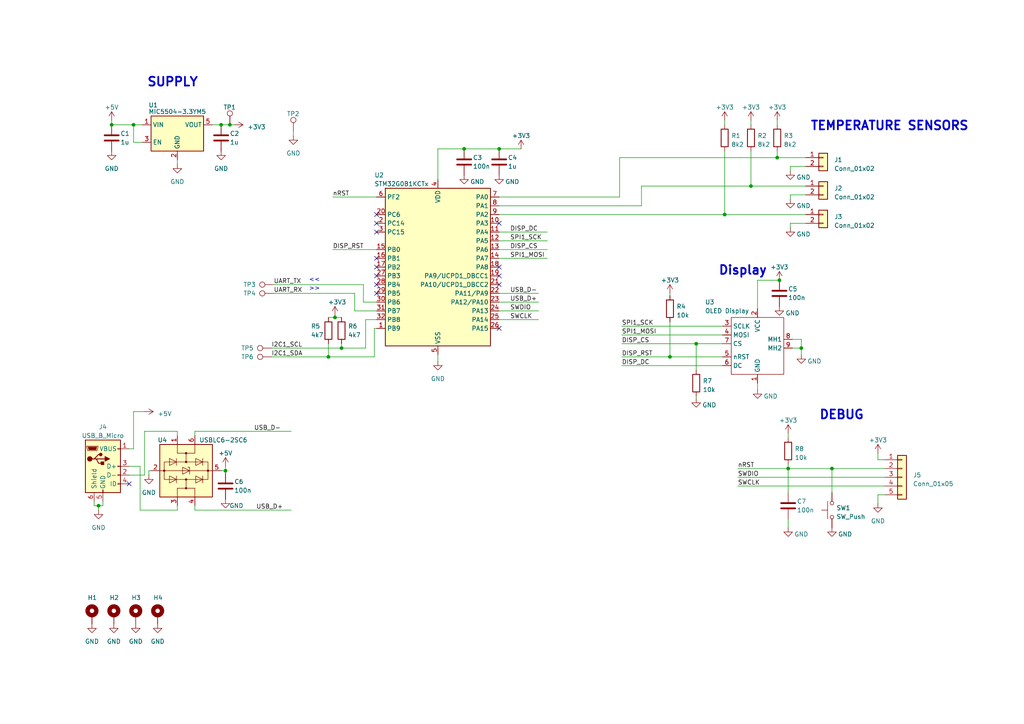
<source format=kicad_sch>
(kicad_sch (version 20230121) (generator eeschema)
  (paper "A4")
  (lib_symbols
    (symbol "Connector:TestPoint" (pin_numbers hide) (pin_names (offset 0.762) hide)
      (property "Reference" "TP" (at 0 6.858 0))
      (property "Value" "TestPoint" (at 0 5.08 0))
      (symbol "TestPoint_0_1"
        (circle (center 0 3.302) (radius 0.762))
      )
      (symbol "TestPoint_1_1"
        (pin passive line (at 0 0 90) (length 2.54) (name "1") (number "1"))
      )
    )
    (symbol "Connector:USB_B_Micro" (pin_names (offset 1.016))
      (property "Reference" "J" (at -5.08 11.43 0))
      (property "Value" "USB_B_Micro" (at -5.08 8.89 0))
      (symbol "USB_B_Micro_0_1"
        (rectangle (start -5.08 -7.62) (end 5.08 7.62) (stroke (width 0.254)) (fill (type background)))
        (circle (center -3.81 2.159) (radius 0.635) (stroke (width 0.254)) (fill (type outline)))
        (circle (center -0.635 3.429) (radius 0.381) (stroke (width 0.254)) (fill (type outline)))
        (rectangle (start -0.127 -7.62) (end 0.127 -6.858))
        (polyline (pts (xy -1.905 2.159) (xy 0.635 2.159)) (stroke (width 0.254)))
        (polyline (pts (xy -3.175 2.159) (xy -2.54 2.159) (xy -1.27 3.429) (xy -0.635 3.429)) (stroke (width 0.254)))
        (polyline (pts (xy -2.54 2.159) (xy -1.905 2.159) (xy -1.27 0.889) (xy 0 0.889)) (stroke (width 0.254)))
        (polyline (pts (xy 0.635 2.794) (xy 0.635 1.524) (xy 1.905 2.159) (xy 0.635 2.794)) (stroke (width 0.254)) (fill (type outline)))
        (polyline (pts (xy -4.318 5.588) (xy -1.778 5.588) (xy -2.032 4.826) (xy -4.064 4.826) (xy -4.318 5.588)) (fill (type outline)))
        (polyline (pts (xy -4.699 5.842) (xy -4.699 5.588) (xy -4.445 4.826) (xy -4.445 4.572) (xy -1.651 4.572) (xy -1.651 4.826) (xy -1.397 5.588) (xy -1.397 5.842) (xy -4.699 5.842)))
        (rectangle (start 0.254 1.27) (end -0.508 0.508) (stroke (width 0.254)) (fill (type outline)))
        (rectangle (start 5.08 -5.207) (end 4.318 -4.953))
        (rectangle (start 5.08 -2.667) (end 4.318 -2.413))
        (rectangle (start 5.08 -0.127) (end 4.318 0.127))
        (rectangle (start 5.08 4.953) (end 4.318 5.207))
      )
      (symbol "USB_B_Micro_1_1"
        (pin power_out line (at 7.62 5.08 180) (length 2.54) (name "VBUS") (number "1"))
        (pin bidirectional line (at 7.62 -2.54 180) (length 2.54) (name "D-") (number "2"))
        (pin bidirectional line (at 7.62 0 180) (length 2.54) (name "D+") (number "3"))
        (pin passive line (at 7.62 -5.08 180) (length 2.54) (name "ID") (number "4"))
        (pin power_out line (at 0 -10.16 90) (length 2.54) (name "GND") (number "5"))
        (pin passive line (at -2.54 -10.16 90) (length 2.54) (name "Shield") (number "6"))
      )
    )
    (symbol "Connector_Generic:Conn_01x02" (pin_names (offset 1.016) hide)
      (property "Reference" "J" (at 0 2.54 0))
      (property "Value" "Conn_01x02" (at 0 -5.08 0))
      (symbol "Conn_01x02_1_1"
        (rectangle (start -1.27 -2.413) (end 0 -2.667) (stroke (width 0.1524)))
        (rectangle (start -1.27 0.127) (end 0 -0.127) (stroke (width 0.1524)))
        (rectangle (start -1.27 1.27) (end 1.27 -3.81) (stroke (width 0.254)) (fill (type background)))
        (pin passive line (at -5.08 0 0) (length 3.81) (name "Pin_1") (number "1"))
        (pin passive line (at -5.08 -2.54 0) (length 3.81) (name "Pin_2") (number "2"))
      )
    )
    (symbol "Connector_Generic:Conn_01x05" (pin_names (offset 1.016) hide)
      (property "Reference" "J" (at 0 7.62 0))
      (property "Value" "Conn_01x05" (at 0 -7.62 0))
      (symbol "Conn_01x05_1_1"
        (rectangle (start -1.27 -4.953) (end 0 -5.207) (stroke (width 0.1524)))
        (rectangle (start -1.27 -2.413) (end 0 -2.667) (stroke (width 0.1524)))
        (rectangle (start -1.27 0.127) (end 0 -0.127) (stroke (width 0.1524)))
        (rectangle (start -1.27 2.667) (end 0 2.413) (stroke (width 0.1524)))
        (rectangle (start -1.27 5.207) (end 0 4.953) (stroke (width 0.1524)))
        (rectangle (start -1.27 6.35) (end 1.27 -6.35) (stroke (width 0.254)) (fill (type background)))
        (pin passive line (at -5.08 5.08 0) (length 3.81) (name "Pin_1") (number "1"))
        (pin passive line (at -5.08 2.54 0) (length 3.81) (name "Pin_2") (number "2"))
        (pin passive line (at -5.08 0 0) (length 3.81) (name "Pin_3") (number "3"))
        (pin passive line (at -5.08 -2.54 0) (length 3.81) (name "Pin_4") (number "4"))
        (pin passive line (at -5.08 -5.08 0) (length 3.81) (name "Pin_5") (number "5"))
      )
    )
    (symbol "Device:C" (pin_numbers hide) (pin_names (offset 0.254))
      (property "Reference" "C" (at 0.635 2.54 0))
      (property "Value" "C" (at 0.635 -2.54 0))
      (symbol "C_0_1"
        (polyline (pts (xy -2.032 -0.762) (xy 2.032 -0.762)) (stroke (width 0.508)))
        (polyline (pts (xy -2.032 0.762) (xy 2.032 0.762)) (stroke (width 0.508)))
      )
      (symbol "C_1_1"
        (pin passive line (at 0 3.81 270) (length 2.794) (name "~") (number "1"))
        (pin passive line (at 0 -3.81 90) (length 2.794) (name "~") (number "2"))
      )
    )
    (symbol "Device:R" (pin_numbers hide) (pin_names (offset 0))
      (property "Reference" "R" (at 2.032 0 90))
      (property "Value" "R" (at 0 0 90))
      (symbol "R_0_1"
        (rectangle (start -1.016 -2.54) (end 1.016 2.54) (stroke (width 0.254)))
      )
      (symbol "R_1_1"
        (pin passive line (at 0 3.81 270) (length 1.27) (name "~") (number "1"))
        (pin passive line (at 0 -3.81 90) (length 1.27) (name "~") (number "2"))
      )
    )
    (symbol "MCU_ST_STM32G0:STM32G0B1KCTx"
      (property "Reference" "U" (at -15.24 24.13 0))
      (property "Value" "STM32G0B1KCTx" (at 2.54 24.13 0))
      (symbol "STM32G0B1KCTx_0_1"
        (rectangle (start -15.24 -22.86) (end 15.24 22.86) (stroke (width 0.254)) (fill (type background)))
      )
      (symbol "STM32G0B1KCTx_1_1"
        (pin bidirectional line (at -17.78 -17.78 0) (length 2.54) (name "PB9") (number "1"))
        (pin bidirectional line (at 17.78 12.7 180) (length 2.54) (name "PA3") (number "10"))
        (pin bidirectional line (at 17.78 10.16 180) (length 2.54) (name "PA4") (number "11"))
        (pin bidirectional line (at 17.78 7.62 180) (length 2.54) (name "PA5") (number "12"))
        (pin bidirectional line (at 17.78 5.08 180) (length 2.54) (name "PA6") (number "13"))
        (pin bidirectional line (at 17.78 2.54 180) (length 2.54) (name "PA7") (number "14"))
        (pin bidirectional line (at -17.78 5.08 0) (length 2.54) (name "PB0") (number "15"))
        (pin bidirectional line (at -17.78 2.54 0) (length 2.54) (name "PB1") (number "16"))
        (pin bidirectional line (at -17.78 0 0) (length 2.54) (name "PB2") (number "17"))
        (pin bidirectional line (at 17.78 0 180) (length 2.54) (name "PA8") (number "18"))
        (pin bidirectional line (at 17.78 -2.54 180) (length 2.54) (name "PA9/UCPD1_DBCC1") (number "19"))
        (pin bidirectional line (at -17.78 12.7 0) (length 2.54) (name "PC14") (number "2"))
        (pin bidirectional line (at -17.78 15.24 0) (length 2.54) (name "PC6") (number "20"))
        (pin bidirectional line (at 17.78 -5.08 180) (length 2.54) (name "PA10/UCPD1_DBCC2") (number "21"))
        (pin bidirectional line (at 17.78 -7.62 180) (length 2.54) (name "PA11/PA9") (number "22"))
        (pin bidirectional line (at 17.78 -10.16 180) (length 2.54) (name "PA12/PA10") (number "23"))
        (pin bidirectional line (at 17.78 -12.7 180) (length 2.54) (name "PA13") (number "24"))
        (pin bidirectional line (at 17.78 -15.24 180) (length 2.54) (name "PA14") (number "25"))
        (pin bidirectional line (at 17.78 -17.78 180) (length 2.54) (name "PA15") (number "26"))
        (pin bidirectional line (at -17.78 -2.54 0) (length 2.54) (name "PB3") (number "27"))
        (pin bidirectional line (at -17.78 -5.08 0) (length 2.54) (name "PB4") (number "28"))
        (pin bidirectional line (at -17.78 -7.62 0) (length 2.54) (name "PB5") (number "29"))
        (pin bidirectional line (at -17.78 10.16 0) (length 2.54) (name "PC15") (number "3"))
        (pin bidirectional line (at -17.78 -10.16 0) (length 2.54) (name "PB6") (number "30"))
        (pin bidirectional line (at -17.78 -12.7 0) (length 2.54) (name "PB7") (number "31"))
        (pin bidirectional line (at -17.78 -15.24 0) (length 2.54) (name "PB8") (number "32"))
        (pin power_in line (at 0 25.4 270) (length 2.54) (name "VDD") (number "4"))
        (pin power_in line (at 0 -25.4 90) (length 2.54) (name "VSS") (number "5"))
        (pin bidirectional line (at -17.78 20.32 0) (length 2.54) (name "PF2") (number "6"))
        (pin bidirectional line (at 17.78 20.32 180) (length 2.54) (name "PA0") (number "7"))
        (pin bidirectional line (at 17.78 17.78 180) (length 2.54) (name "PA1") (number "8"))
        (pin bidirectional line (at 17.78 15.24 180) (length 2.54) (name "PA2") (number "9"))
      )
    )
    (symbol "Mechanical:MountingHole_Pad" (pin_numbers hide) (pin_names (offset 1.016) hide)
      (property "Reference" "H" (at 0 6.35 0))
      (property "Value" "MountingHole_Pad" (at 0 4.445 0))
      (symbol "MountingHole_Pad_0_1"
        (circle (center 0 1.27) (radius 1.27) (stroke (width 1.27)))
      )
      (symbol "MountingHole_Pad_1_1"
        (pin input line (at 0 -2.54 90) (length 2.54) (name "1") (number "1"))
      )
    )
    (symbol "Personal_lib:1,3''_SPI_OLED_Display,_64x128"
      (property "Reference" "U" (at -6.35 2.54 0))
      (property "Value" "OLED Display" (at 0 0 0))
      (symbol "1,3''_SPI_OLED_Display,_64x128_1_1"
        (rectangle (start 2.54 -2.54) (end 17.78 -19.05))
        (pin passive line (at 10.16 -21.59 90) (length 2.54) (name "GND") (number "1"))
        (pin passive line (at 10.16 0 270) (length 2.54) (name "VCC") (number "2"))
        (pin input line (at 0 -5.08 0) (length 2.54) (name "SCLK") (number "3"))
        (pin input line (at 0 -7.62 0) (length 2.54) (name "MOSI") (number "4"))
        (pin input line (at 0 -13.97 0) (length 2.54) (name "nRST") (number "5"))
        (pin input line (at 0 -16.51 0) (length 2.54) (name "DC") (number "6"))
        (pin input line (at 0 -10.16 0) (length 2.54) (name "CS") (number "7"))
        (pin passive line (at 20.32 -8.89 180) (length 2.54) (name "MH1") (number "8"))
        (pin passive line (at 20.32 -11.43 180) (length 2.54) (name "MH2") (number "9"))
      )
    )
    (symbol "Power_Protection:USBLC6-2SC6" (pin_names hide)
      (property "Reference" "U" (at 2.54 8.89 0))
      (property "Value" "USBLC6-2SC6" (at 2.54 -8.89 0))
      (symbol "USBLC6-2SC6_0_1"
        (rectangle (start -7.62 -7.62) (end 7.62 7.62) (stroke (width 0.254)) (fill (type background)))
        (circle (center -5.08 0) (radius 0.254) (fill (type outline)))
        (circle (center -2.54 0) (radius 0.254) (fill (type outline)))
        (rectangle (start -2.54 6.35) (end 2.54 -6.35))
        (circle (center 0 -6.35) (radius 0.254) (fill (type outline)))
        (polyline (pts (xy -5.08 -2.54) (xy -7.62 -2.54)))
        (polyline (pts (xy -5.08 0) (xy -5.08 -2.54)))
        (polyline (pts (xy -5.08 2.54) (xy -7.62 2.54)))
        (polyline (pts (xy -1.524 -2.794) (xy -3.556 -2.794)))
        (polyline (pts (xy -1.524 4.826) (xy -3.556 4.826)))
        (polyline (pts (xy 0 -7.62) (xy 0 -6.35)))
        (polyline (pts (xy 0 -6.35) (xy 0 1.27)))
        (polyline (pts (xy 0 1.27) (xy 0 6.35)))
        (polyline (pts (xy 0 6.35) (xy 0 7.62)))
        (polyline (pts (xy 1.524 -2.794) (xy 3.556 -2.794)))
        (polyline (pts (xy 1.524 4.826) (xy 3.556 4.826)))
        (polyline (pts (xy 5.08 -2.54) (xy 7.62 -2.54)))
        (polyline (pts (xy 5.08 0) (xy 5.08 -2.54)))
        (polyline (pts (xy 5.08 2.54) (xy 7.62 2.54)))
        (polyline (pts (xy -2.54 0) (xy -5.08 0) (xy -5.08 2.54)))
        (polyline (pts (xy 2.54 0) (xy 5.08 0) (xy 5.08 2.54)))
        (polyline (pts (xy -3.556 -4.826) (xy -1.524 -4.826) (xy -2.54 -2.794) (xy -3.556 -4.826)))
        (polyline (pts (xy -3.556 2.794) (xy -1.524 2.794) (xy -2.54 4.826) (xy -3.556 2.794)))
        (polyline (pts (xy -1.016 -1.016) (xy 1.016 -1.016) (xy 0 1.016) (xy -1.016 -1.016)))
        (polyline (pts (xy 1.016 1.016) (xy 0.762 1.016) (xy -1.016 1.016) (xy -1.016 0.508)))
        (polyline (pts (xy 3.556 -4.826) (xy 1.524 -4.826) (xy 2.54 -2.794) (xy 3.556 -4.826)))
        (polyline (pts (xy 3.556 2.794) (xy 1.524 2.794) (xy 2.54 4.826) (xy 3.556 2.794)))
        (circle (center 0 6.35) (radius 0.254) (fill (type outline)))
        (circle (center 2.54 0) (radius 0.254) (fill (type outline)))
        (circle (center 5.08 0) (radius 0.254) (fill (type outline)))
      )
      (symbol "USBLC6-2SC6_1_1"
        (pin passive line (at -10.16 -2.54 0) (length 2.54) (name "I/O1") (number "1"))
        (pin passive line (at 0 -10.16 90) (length 2.54) (name "GND") (number "2"))
        (pin passive line (at 10.16 -2.54 180) (length 2.54) (name "I/O2") (number "3"))
        (pin passive line (at 10.16 2.54 180) (length 2.54) (name "I/O2") (number "4"))
        (pin passive line (at 0 10.16 270) (length 2.54) (name "VBUS") (number "5"))
        (pin passive line (at -10.16 2.54 0) (length 2.54) (name "I/O1") (number "6"))
      )
    )
    (symbol "Regulator_Linear:MIC5504-3.3YM5"
      (property "Reference" "U" (at -7.62 8.89 0))
      (property "Value" "MIC5504-3.3YM5" (at -7.62 6.35 0))
      (symbol "MIC5504-3.3YM5_0_1"
        (rectangle (start -7.62 -5.08) (end 7.62 5.08) (stroke (width 0.254)) (fill (type background)))
      )
      (symbol "MIC5504-3.3YM5_1_1"
        (pin power_in line (at -10.16 2.54 0) (length 2.54) (name "VIN") (number "1"))
        (pin power_in line (at 0 -7.62 90) (length 2.54) (name "GND") (number "2"))
        (pin input line (at -10.16 -2.54 0) (length 2.54) (name "EN") (number "3"))
        (pin no_connect line (at 7.62 -2.54 180) (length 2.54) hide (name "NC") (number "4"))
        (pin power_out line (at 10.16 2.54 180) (length 2.54) (name "VOUT") (number "5"))
      )
    )
    (symbol "Switch:SW_Push" (pin_numbers hide) (pin_names (offset 1.016) hide)
      (property "Reference" "SW" (at 1.27 2.54 0))
      (property "Value" "SW_Push" (at 0 -1.524 0))
      (symbol "SW_Push_0_1"
        (circle (center -2.032 0) (radius 0.508))
        (polyline (pts (xy 0 1.27) (xy 0 3.048)))
        (polyline (pts (xy 2.54 1.27) (xy -2.54 1.27)))
        (circle (center 2.032 0) (radius 0.508))
        (pin passive line (at -5.08 0 0) (length 2.54) (name "1") (number "1"))
        (pin passive line (at 5.08 0 180) (length 2.54) (name "2") (number "2"))
      )
    )
    (symbol "power:+3V3" (power) (pin_names (offset 0))
      (property "Value" "+3V3" (at 0 3.556 0))
      (symbol "+3V3_0_1"
        (polyline (pts (xy -0.762 1.27) (xy 0 2.54)))
        (polyline (pts (xy 0 0) (xy 0 2.54)))
        (polyline (pts (xy 0 2.54) (xy 0.762 1.27)))
      )
      (symbol "+3V3_1_1"
        (pin power_in line (at 0 0 90) (length 0) hide (name "+3V3") (number "1"))
      )
    )
    (symbol "power:+5V" (power) (pin_names (offset 0))
      (property "Value" "+5V" (at 0 3.556 0))
      (symbol "+5V_0_1"
        (polyline (pts (xy -0.762 1.27) (xy 0 2.54)))
        (polyline (pts (xy 0 0) (xy 0 2.54)))
        (polyline (pts (xy 0 2.54) (xy 0.762 1.27)))
      )
      (symbol "+5V_1_1"
        (pin power_in line (at 0 0 90) (length 0) hide (name "+5V") (number "1"))
      )
    )
    (symbol "power:GND" (power) (pin_names (offset 0))
      (property "Value" "GND" (at 0 -3.81 0))
      (symbol "GND_0_1"
        (polyline (pts (xy 0 0) (xy 0 -1.27) (xy 1.27 -1.27) (xy 0 -2.54) (xy -1.27 -1.27) (xy 0 -1.27)))
      )
      (symbol "GND_1_1"
        (pin power_in line (at 0 0 270) (length 0) hide (name "GND") (number "1"))
      )
    )
  )
  (junction (at 95.25 103.505))
  (junction (at 232.41 100.965))
  (junction (at 38.735 36.195))
  (junction (at 64.135 36.195))
  (junction (at 228.6 135.89))
  (junction (at 99.06 100.965))
  (junction (at 194.31 103.505))
  (junction (at 225.425 45.72))
  (junction (at 28.575 146.685))
  (junction (at 65.405 136.525))
  (junction (at 97.155 92.075))
  (junction (at 144.78 43.18))
  (junction (at 134.62 43.18))
  (junction (at 241.3 135.89))
  (junction (at 66.675 36.195))
  (junction (at 217.805 53.975))
  (junction (at 32.385 36.195))
  (junction (at 226.06 81.28))
  (junction (at 210.185 62.23))
  (junction (at 201.93 99.695))
  (no_connect (at 144.78 80.01))
  (no_connect (at 109.22 74.93))
  (no_connect (at 109.22 77.47))
  (no_connect (at 144.78 77.47))
  (no_connect (at 109.22 64.77))
  (no_connect (at 109.22 62.23))
  (no_connect (at 144.78 82.55))
  (no_connect (at 37.465 140.335))
  (no_connect (at 109.22 85.09))
  (no_connect (at 144.78 95.25))
  (no_connect (at 109.22 67.31))
  (no_connect (at 109.22 82.55))
  (no_connect (at 144.78 64.77))
  (no_connect (at 109.22 80.01))
  (wire (pts (xy 229.235 49.53) (xy 229.235 48.26)))
  (wire (pts (xy 56.515 125.095) (xy 56.515 126.365)))
  (wire (pts (xy 102.87 90.17) (xy 102.87 85.09)))
  (wire (pts (xy 99.06 99.695) (xy 99.06 100.965)))
  (wire (pts (xy 40.64 147.955) (xy 51.435 147.955)))
  (wire (pts (xy 217.805 53.975) (xy 233.68 53.975)))
  (wire (pts (xy 41.91 125.095) (xy 41.91 137.795)))
  (wire (pts (xy 108.585 95.25) (xy 108.585 103.505)))
  (wire (pts (xy 180.34 103.505) (xy 194.31 103.505)))
  (wire (pts (xy 56.515 125.095) (xy 84.455 125.095)))
  (wire (pts (xy 37.465 135.255) (xy 40.64 135.255)))
  (wire (pts (xy 144.78 92.71) (xy 156.21 92.71)))
  (wire (pts (xy 32.385 36.195) (xy 38.735 36.195)))
  (wire (pts (xy 38.735 119.38) (xy 38.735 130.175)))
  (wire (pts (xy 144.78 74.93) (xy 158.75 74.93)))
  (wire (pts (xy 66.675 36.195) (xy 67.945 36.195)))
  (wire (pts (xy 228.6 125.73) (xy 228.6 127)))
  (wire (pts (xy 228.6 153.035) (xy 228.6 150.495)))
  (wire (pts (xy 180.34 99.695) (xy 201.93 99.695)))
  (wire (pts (xy 201.93 99.695) (xy 201.93 107.315)))
  (wire (pts (xy 229.235 56.515) (xy 233.68 56.515)))
  (wire (pts (xy 144.78 72.39) (xy 158.75 72.39)))
  (wire (pts (xy 194.31 93.345) (xy 194.31 103.505)))
  (wire (pts (xy 79.375 85.09) (xy 102.87 85.09)))
  (wire (pts (xy 38.735 130.175) (xy 37.465 130.175)))
  (wire (pts (xy 79.375 82.55) (xy 105.41 82.55)))
  (wire (pts (xy 180.34 94.615) (xy 209.55 94.615)))
  (wire (pts (xy 229.235 64.77) (xy 229.235 66.04)))
  (wire (pts (xy 219.71 113.03) (xy 219.71 111.125)))
  (wire (pts (xy 51.435 146.685) (xy 51.435 147.955)))
  (wire (pts (xy 179.705 45.72) (xy 179.705 57.15)))
  (wire (pts (xy 219.71 81.28) (xy 219.71 89.535)))
  (wire (pts (xy 254.635 143.51) (xy 254.635 146.05)))
  (wire (pts (xy 228.6 134.62) (xy 228.6 135.89)))
  (wire (pts (xy 144.78 87.63) (xy 156.21 87.63)))
  (wire (pts (xy 228.6 135.89) (xy 241.3 135.89)))
  (wire (pts (xy 56.515 146.685) (xy 56.515 147.955)))
  (wire (pts (xy 217.805 34.925) (xy 217.805 36.195)))
  (wire (pts (xy 105.41 87.63) (xy 109.22 87.63)))
  (wire (pts (xy 78.74 100.965) (xy 99.06 100.965)))
  (wire (pts (xy 201.93 114.935) (xy 201.93 115.57)))
  (wire (pts (xy 151.13 43.18) (xy 144.78 43.18)))
  (wire (pts (xy 210.185 34.925) (xy 210.185 36.195)))
  (wire (pts (xy 105.41 82.55) (xy 105.41 87.63)))
  (wire (pts (xy 144.78 62.23) (xy 210.185 62.23)))
  (wire (pts (xy 106.045 100.965) (xy 106.045 92.71)))
  (wire (pts (xy 85.09 39.37) (xy 85.09 38.1)))
  (wire (pts (xy 229.87 98.425) (xy 232.41 98.425)))
  (wire (pts (xy 144.78 67.31) (xy 158.75 67.31)))
  (wire (pts (xy 254.635 131.445) (xy 254.635 133.35)))
  (wire (pts (xy 28.575 146.685) (xy 28.575 147.955)))
  (wire (pts (xy 226.06 81.28) (xy 219.71 81.28)))
  (wire (pts (xy 99.06 100.965) (xy 106.045 100.965)))
  (wire (pts (xy 180.34 97.155) (xy 209.55 97.155)))
  (wire (pts (xy 186.055 59.69) (xy 144.78 59.69)))
  (wire (pts (xy 232.41 100.965) (xy 232.41 102.87)))
  (wire (pts (xy 180.34 106.045) (xy 209.55 106.045)))
  (wire (pts (xy 229.235 48.26) (xy 233.68 48.26)))
  (wire (pts (xy 40.64 135.255) (xy 40.64 147.955)))
  (wire (pts (xy 65.405 137.16) (xy 65.405 136.525)))
  (wire (pts (xy 233.68 64.77) (xy 229.235 64.77)))
  (wire (pts (xy 144.78 85.09) (xy 156.21 85.09)))
  (wire (pts (xy 95.25 99.695) (xy 95.25 103.505)))
  (wire (pts (xy 144.78 43.18) (xy 134.62 43.18)))
  (wire (pts (xy 194.31 85.725) (xy 194.31 85.09)))
  (wire (pts (xy 78.74 103.505) (xy 95.25 103.505)))
  (wire (pts (xy 144.78 69.85) (xy 158.75 69.85)))
  (wire (pts (xy 213.995 138.43) (xy 256.54 138.43)))
  (wire (pts (xy 41.275 41.275) (xy 38.735 41.275)))
  (wire (pts (xy 97.155 92.075) (xy 99.06 92.075)))
  (wire (pts (xy 194.31 103.505) (xy 209.55 103.505)))
  (wire (pts (xy 38.735 36.195) (xy 41.275 36.195)))
  (wire (pts (xy 65.405 135.255) (xy 65.405 136.525)))
  (wire (pts (xy 38.735 41.275) (xy 38.735 36.195)))
  (wire (pts (xy 201.93 99.695) (xy 209.55 99.695)))
  (wire (pts (xy 95.25 92.075) (xy 97.155 92.075)))
  (wire (pts (xy 109.22 90.17) (xy 102.87 90.17)))
  (wire (pts (xy 217.805 43.815) (xy 217.805 53.975)))
  (wire (pts (xy 228.6 135.89) (xy 228.6 142.875)))
  (wire (pts (xy 28.575 146.685) (xy 27.305 146.685)))
  (wire (pts (xy 96.52 57.15) (xy 109.22 57.15)))
  (wire (pts (xy 241.3 135.89) (xy 256.54 135.89)))
  (wire (pts (xy 229.87 100.965) (xy 232.41 100.965)))
  (wire (pts (xy 217.805 53.975) (xy 186.055 53.975)))
  (wire (pts (xy 225.425 34.925) (xy 225.425 36.195)))
  (wire (pts (xy 64.135 36.195) (xy 66.675 36.195)))
  (wire (pts (xy 65.405 136.525) (xy 64.135 136.525)))
  (wire (pts (xy 43.18 136.525) (xy 43.815 136.525)))
  (wire (pts (xy 97.155 91.44) (xy 97.155 92.075)))
  (wire (pts (xy 29.845 145.415) (xy 29.845 146.685)))
  (wire (pts (xy 51.435 125.095) (xy 41.91 125.095)))
  (wire (pts (xy 144.78 57.15) (xy 179.705 57.15)))
  (wire (pts (xy 106.045 92.71) (xy 109.22 92.71)))
  (wire (pts (xy 127 102.87) (xy 127 104.775)))
  (wire (pts (xy 254.635 133.35) (xy 256.54 133.35)))
  (wire (pts (xy 51.435 46.355) (xy 51.435 47.625)))
  (wire (pts (xy 144.78 90.17) (xy 156.21 90.17)))
  (wire (pts (xy 43.18 136.525) (xy 43.18 137.795)))
  (wire (pts (xy 256.54 143.51) (xy 254.635 143.51)))
  (wire (pts (xy 241.3 135.89) (xy 241.3 142.875)))
  (wire (pts (xy 61.595 36.195) (xy 64.135 36.195)))
  (wire (pts (xy 27.305 145.415) (xy 27.305 146.685)))
  (wire (pts (xy 38.735 119.38) (xy 41.91 119.38)))
  (wire (pts (xy 108.585 95.25) (xy 109.22 95.25)))
  (wire (pts (xy 229.235 57.785) (xy 229.235 56.515)))
  (wire (pts (xy 96.52 72.39) (xy 109.22 72.39)))
  (wire (pts (xy 51.435 126.365) (xy 51.435 125.095)))
  (wire (pts (xy 127 43.18) (xy 127 52.07)))
  (wire (pts (xy 134.62 43.18) (xy 127 43.18)))
  (wire (pts (xy 37.465 137.795) (xy 41.91 137.795)))
  (wire (pts (xy 225.425 45.72) (xy 225.425 43.815)))
  (wire (pts (xy 186.055 53.975) (xy 186.055 59.69)))
  (wire (pts (xy 233.68 62.23) (xy 210.185 62.23)))
  (wire (pts (xy 213.995 135.89) (xy 228.6 135.89)))
  (wire (pts (xy 56.515 147.955) (xy 84.455 147.955)))
  (wire (pts (xy 95.25 103.505) (xy 108.585 103.505)))
  (wire (pts (xy 213.995 140.97) (xy 256.54 140.97)))
  (wire (pts (xy 233.68 45.72) (xy 225.425 45.72)))
  (wire (pts (xy 32.385 36.195) (xy 32.385 34.925)))
  (wire (pts (xy 225.425 45.72) (xy 179.705 45.72)))
  (wire (pts (xy 232.41 98.425) (xy 232.41 100.965)))
  (wire (pts (xy 29.845 146.685) (xy 28.575 146.685)))
  (wire (pts (xy 210.185 62.23) (xy 210.185 43.815)))
  (text "DEBUG" (at 237.49 121.92 0) (effects (font (size 2.54 2.54) (thickness 0.508) bold) (justify left bottom)))
  (text ">>" (at 89.535 84.455 0) (effects (font (size 1.27 1.27)) (justify left bottom)))
  (text "SUPPLY" (at 42.545 25.4 0) (effects (font (size 2.54 2.54) (thickness 0.508) bold) (justify left bottom)))
  (text "Display" (at 208.28 80.01 0) (effects (font (size 2.54 2.54) (thickness 0.508) bold) (justify left bottom)))
  (text "TEMPERATURE SENSORS" (at 234.95 38.1 0) (effects (font (size 2.54 2.54) (thickness 0.508) bold) (justify left bottom)))
  (text "<<" (at 89.535 81.915 0) (effects (font (size 1.27 1.27)) (justify left bottom)))
  (label "USB_D-" (at 147.955 85.09 0))
  (label "DISP_RST" (at 96.52 72.39 0))
  (label "SPI1_SCK" (at 180.34 94.615 0))
  (label "USB_D-" (at 73.66 125.095 0))
  (label "DISP_DC" (at 180.34 106.045 0))
  (label "I2C1_SDA" (at 78.74 103.505 0))
  (label "SWCLK" (at 147.955 92.71 0))
  (label "DISP_CS" (at 147.955 72.39 0))
  (label "SWDIO" (at 147.955 90.17 0))
  (label "UART_TX" (at 79.375 82.55 0))
  (label "USB_D+" (at 74.295 147.955 0))
  (label "nRST" (at 213.995 135.89 0))
  (label "DISP_DC" (at 147.955 67.31 0))
  (label "SPI1_MOSI" (at 147.955 74.93 0))
  (label "USB_D+" (at 147.955 87.63 0))
  (label "UART_RX" (at 79.375 85.09 0))
  (label "I2C1_SCL" (at 78.74 100.965 0))
  (label "DISP_CS" (at 180.34 99.695 0))
  (label "nRST" (at 96.52 57.15 0))
  (label "SPI1_SCK" (at 147.955 69.85 0))
  (label "SPI1_MOSI" (at 180.34 97.155 0))
  (label "SWDIO" (at 213.995 138.43 0))
  (label "SWCLK" (at 213.995 140.97 0))
  (label "DISP_RST" (at 180.34 103.505 0))
  (symbol (lib_id "power:+5V") (at 32.385 34.925 0) (unit 1)
    (property "Reference" "#PWR01" (effects hide))
    (property "Value" "+5V" (at 32.385 31.115 0))
  )
  (symbol (lib_id "power:GND") (at 219.71 113.03 0) (unit 1)
    (property "Reference" "#PWR022" (effects hide))
    (property "Value" "GND" (at 223.52 114.935 0))
  )
  (symbol (lib_id "Device:R") (at 210.185 40.005 0) (unit 1)
    (property "Reference" "R1" (at 212.09 39.37 0) (effects (justify left)))
    (property "Value" "8k2" (at 212.09 41.91 0) (effects (justify left)))
    (property "Footprint" "Resistor_SMD:R_0603_1608Metric_Pad0.98x0.95mm_HandSolder" (effects hide))
  )
  (symbol (lib_id "power:+3V3") (at 151.13 43.18 0) (unit 1)
    (property "Reference" "#PWR07" (effects hide))
    (property "Value" "+3V3" (at 151.13 39.37 0))
  )
  (symbol (lib_id "power:+5V") (at 65.405 135.255 0) (unit 1)
    (property "Reference" "#PWR027" (effects hide))
    (property "Value" "+5V" (at 65.405 131.445 0))
  )
  (symbol (lib_id "power:GND") (at 32.385 43.815 0) (unit 1)
    (property "Reference" "#PWR08" (effects hide))
    (property "Value" "GND" (at 32.385 48.895 0))
  )
  (symbol (lib_id "Device:C") (at 144.78 46.99 0) (unit 1)
    (property "Reference" "C4" (at 147.32 45.72 0) (effects (justify left)))
    (property "Value" "1u" (at 147.32 48.26 0) (effects (justify left)))
    (property "Footprint" "Capacitor_SMD:C_1206_3216Metric_Pad1.33x1.80mm_HandSolder" (effects hide))
  )
  (symbol (lib_id "Connector_Generic:Conn_01x02") (at 238.76 53.975 0) (unit 1)
    (property "Reference" "J2" (at 241.935 54.61 0) (effects (justify left)))
    (property "Value" "Conn_01x02" (at 241.935 57.15 0) (effects (justify left)))
    (property "Footprint" "Connector_PinHeader_2.54mm:PinHeader_1x02_P2.54mm_Horizontal" (effects hide))
  )
  (symbol (lib_id "power:GND") (at 39.37 180.975 0) (unit 1)
    (property "Reference" "#PWR036" (effects hide))
    (property "Value" "GND" (at 39.37 186.055 0))
  )
  (symbol (lib_id "power:+3V3") (at 97.155 91.44 0) (unit 1)
    (property "Reference" "#PWR019" (effects hide))
    (property "Value" "+3V3" (at 97.79 87.63 0))
  )
  (symbol (lib_id "Device:R") (at 217.805 40.005 0) (unit 1)
    (property "Reference" "R2" (at 219.71 39.37 0) (effects (justify left)))
    (property "Value" "8k2" (at 219.71 41.91 0) (effects (justify left)))
    (property "Footprint" "Resistor_SMD:R_0603_1608Metric_Pad0.98x0.95mm_HandSolder" (effects hide))
  )
  (symbol (lib_id "Connector_Generic:Conn_01x02") (at 238.76 45.72 0) (unit 1)
    (property "Reference" "J1" (at 241.935 46.355 0) (effects (justify left)))
    (property "Value" "Conn_01x02" (at 241.935 48.895 0) (effects (justify left)))
    (property "Footprint" "Connector_PinHeader_2.54mm:PinHeader_1x02_P2.54mm_Horizontal" (effects hide))
  )
  (symbol (lib_id "power:GND") (at 127 104.775 0) (unit 1)
    (property "Reference" "#PWR021" (effects hide))
    (property "Value" "GND" (at 127 109.855 0))
  )
  (symbol (lib_id "power:GND") (at 254.635 146.05 0) (unit 1)
    (property "Reference" "#PWR030" (effects hide))
    (property "Value" "GND" (at 254.635 151.13 0))
  )
  (symbol (lib_id "power:GND") (at 26.67 180.975 0) (unit 1)
    (property "Reference" "#PWR034" (effects hide))
    (property "Value" "GND" (at 26.67 186.055 0))
  )
  (symbol (lib_id "power:+3V3") (at 226.06 81.28 0) (unit 1)
    (property "Reference" "#PWR016" (effects hide))
    (property "Value" "+3V3" (at 226.06 77.47 0))
  )
  (symbol (lib_id "power:GND") (at 229.235 49.53 0) (unit 1)
    (property "Reference" "#PWR011" (effects hide))
    (property "Value" "GND" (at 233.045 51.435 0))
  )
  (symbol (lib_id "Device:C") (at 134.62 46.99 0) (unit 1)
    (property "Reference" "C3" (at 137.16 45.72 0) (effects (justify left)))
    (property "Value" "100n" (at 137.16 48.26 0) (effects (justify left)))
    (property "Footprint" "Capacitor_SMD:C_0603_1608Metric_Pad1.08x0.95mm_HandSolder" (effects hide))
    (property "LCSC" "C14663" (effects hide))
  )
  (symbol (lib_id "Connector:TestPoint") (at 79.375 82.55 90) (unit 1)
    (property "Reference" "TP3" (at 72.39 82.55 90))
    (property "Value" "TestPoint" (effects hide))
    (property "Footprint" "TestPoint:TestPoint_Pad_D1.5mm" (effects hide))
  )
  (symbol (lib_id "Connector:TestPoint") (at 78.74 103.505 90) (unit 1)
    (property "Reference" "TP6" (at 71.755 103.505 90))
    (property "Value" "TestPoint" (effects hide))
    (property "Footprint" "TestPoint:TestPoint_Pad_D1.5mm" (effects hide))
  )
  (symbol (lib_id "power:GND") (at 144.78 50.8 0) (unit 1)
    (property "Reference" "#PWR013" (effects hide))
    (property "Value" "GND" (at 148.59 52.705 0))
  )
  (symbol (lib_id "Device:R") (at 99.06 95.885 0) (unit 1)
    (property "Reference" "R6" (at 100.965 94.615 0) (effects (justify left)))
    (property "Value" "4k7" (at 100.965 97.155 0) (effects (justify left)))
    (property "Footprint" "Resistor_SMD:R_0603_1608Metric_Pad0.98x0.95mm_HandSolder" (effects hide))
  )
  (symbol (lib_id "Regulator_Linear:MIC5504-3.3YM5") (at 51.435 38.735 0) (unit 1)
    (property "Reference" "U1" (at 44.45 30.48 0))
    (property "Value" "MIC5504-3.3YM5" (at 51.435 32.385 0))
    (property "Footprint" "Package_TO_SOT_SMD:SOT-23-5" (effects hide))
    (property "Datasheet" "http://ww1.microchip.com/downloads/en/DeviceDoc/MIC550X.pdf" (effects hide))
    (property "LCSC" "C3021093" (effects hide))
  )
  (symbol (lib_id "Personal_lib:1,3''_SPI_OLED_Display,_64x128") (at 209.55 89.535 0) (unit 1)
    (property "Reference" "U3" (at 204.47 87.63 0) (effects (justify left)))
    (property "Value" "OLED Display" (at 204.47 90.17 0) (effects (justify left)))
    (property "Footprint" "SCOLIB:SMIH-05VDC-SL-C, OLED DISPLAY, 128x64" (effects hide))
    (property "Datasheet" "https://de.aliexpress.com/item/1005004386387583.html" (effects hide))
  )
  (symbol (lib_id "power:GND") (at 226.06 88.9 0) (unit 1)
    (property "Reference" "#PWR018" (effects hide))
    (property "Value" "GND" (at 229.87 90.805 0))
  )
  (symbol (lib_id "Switch:SW_Push") (at 241.3 147.955 90) (unit 1)
    (property "Reference" "SW1" (at 242.57 147.32 90) (effects (justify right)))
    (property "Value" "SW_Push" (at 242.57 149.86 90) (effects (justify right)))
    (property "Footprint" "Button_Switch_SMD:SW_Push_1P1T_NO_CK_KMR2" (effects hide))
    (property "LCSC" "C221675" (effects hide))
  )
  (symbol (lib_id "power:GND") (at 229.235 57.785 0) (unit 1)
    (property "Reference" "#PWR014" (effects hide))
    (property "Value" "GND" (at 233.045 59.69 0))
  )
  (symbol (lib_id "Connector_Generic:Conn_01x05") (at 261.62 138.43 0) (unit 1)
    (property "Reference" "J5" (at 264.795 137.795 0) (effects (justify left)))
    (property "Value" "Conn_01x05" (at 264.795 140.335 0) (effects (justify left)))
    (property "Footprint" "Connector_Molex:Molex_PicoBlade_53261-0571_1x05-1MP_P1.25mm_Horizontal" (effects hide))
  )
  (symbol (lib_id "Device:R") (at 95.25 95.885 0) (unit 1)
    (property "Reference" "R5" (at 90.17 94.615 0) (effects (justify left)))
    (property "Value" "4k7" (at 90.17 97.155 0) (effects (justify left)))
    (property "Footprint" "Resistor_SMD:R_0603_1608Metric_Pad0.98x0.95mm_HandSolder" (effects hide))
  )
  (symbol (lib_id "power:+3V3") (at 194.31 85.09 0) (unit 1)
    (property "Reference" "#PWR017" (effects hide))
    (property "Value" "+3V3" (at 194.31 81.28 0))
  )
  (symbol (lib_id "Mechanical:MountingHole_Pad") (at 45.72 178.435 0) (unit 1)
    (property "Reference" "H4" (at 44.45 173.355 0) (effects (justify left)))
    (property "Value" "MountingHole_Pad" (effects hide))
    (property "Footprint" "MountingHole:MountingHole_2.7mm_M2.5_ISO7380_Pad" (effects hide))
  )
  (symbol (lib_id "power:GND") (at 229.235 66.04 0) (unit 1)
    (property "Reference" "#PWR015" (effects hide))
    (property "Value" "GND" (at 233.045 67.945 0))
  )
  (symbol (lib_id "Device:R") (at 194.31 89.535 0) (unit 1)
    (property "Reference" "R4" (at 196.215 88.9 0) (effects (justify left)))
    (property "Value" "10k" (at 196.215 91.44 0) (effects (justify left)))
    (property "Footprint" "Resistor_SMD:R_0603_1608Metric_Pad0.98x0.95mm_HandSolder" (effects hide))
  )
  (symbol (lib_id "power:GND") (at 201.93 115.57 0) (unit 1)
    (property "Reference" "#PWR023" (effects hide))
    (property "Value" "GND" (at 205.74 117.475 0))
  )
  (symbol (lib_id "power:GND") (at 85.09 39.37 0) (unit 1)
    (property "Reference" "#PWR06" (effects hide))
    (property "Value" "GND" (at 85.09 44.45 0))
  )
  (symbol (lib_id "Mechanical:MountingHole_Pad") (at 26.67 178.435 0) (unit 1)
    (property "Reference" "H1" (at 25.4 173.355 0) (effects (justify left)))
    (property "Value" "MountingHole_Pad" (effects hide))
    (property "Footprint" "MountingHole:MountingHole_2.7mm_M2.5_ISO7380_Pad" (effects hide))
  )
  (symbol (lib_id "Device:C") (at 65.405 140.97 0) (unit 1)
    (property "Reference" "C6" (at 67.945 139.7 0) (effects (justify left)))
    (property "Value" "100n" (at 67.945 142.24 0) (effects (justify left)))
    (property "Footprint" "Capacitor_SMD:C_0603_1608Metric_Pad1.08x0.95mm_HandSolder" (effects hide))
    (property "LCSC" "C14663" (effects hide))
  )
  (symbol (lib_id "Connector_Generic:Conn_01x02") (at 238.76 62.23 0) (unit 1)
    (property "Reference" "J3" (at 241.935 62.865 0) (effects (justify left)))
    (property "Value" "Conn_01x02" (at 241.935 65.405 0) (effects (justify left)))
    (property "Footprint" "Connector_PinHeader_2.54mm:PinHeader_1x02_P2.54mm_Horizontal" (effects hide))
  )
  (symbol (lib_id "Device:C") (at 226.06 85.09 0) (unit 1)
    (property "Reference" "C5" (at 228.6 83.82 0) (effects (justify left)))
    (property "Value" "100n" (at 228.6 86.36 0) (effects (justify left)))
    (property "Footprint" "Capacitor_SMD:C_0603_1608Metric_Pad1.08x0.95mm_HandSolder" (effects hide))
  )
  (symbol (lib_id "Mechanical:MountingHole_Pad") (at 33.02 178.435 0) (unit 1)
    (property "Reference" "H2" (at 31.75 173.355 0) (effects (justify left)))
    (property "Value" "MountingHole_Pad" (effects hide))
    (property "Footprint" "MountingHole:MountingHole_2.7mm_M2.5_ISO7380_Pad" (effects hide))
  )
  (symbol (lib_id "power:+3V3") (at 217.805 34.925 0) (unit 1)
    (property "Reference" "#PWR03" (effects hide))
    (property "Value" "+3V3" (at 217.805 31.115 0))
  )
  (symbol (lib_id "Device:C") (at 64.135 40.005 0) (unit 1)
    (property "Reference" "C2" (at 66.675 38.735 0) (effects (justify left)))
    (property "Value" "1u" (at 66.675 41.275 0) (effects (justify left)))
    (property "Footprint" "Capacitor_SMD:C_1206_3216Metric_Pad1.33x1.80mm_HandSolder" (effects hide))
  )
  (symbol (lib_id "power:+3V3") (at 254.635 131.445 0) (unit 1)
    (property "Reference" "#PWR026" (effects hide))
    (property "Value" "+3V3" (at 254.635 127.635 0))
  )
  (symbol (lib_id "Device:R") (at 225.425 40.005 0) (unit 1)
    (property "Reference" "R3" (at 227.33 39.37 0) (effects (justify left)))
    (property "Value" "8k2" (at 227.33 41.91 0) (effects (justify left)))
    (property "Footprint" "Resistor_SMD:R_0603_1608Metric_Pad0.98x0.95mm_HandSolder" (effects hide))
  )
  (symbol (lib_id "Device:R") (at 228.6 130.81 0) (unit 1)
    (property "Reference" "R8" (at 230.505 130.175 0) (effects (justify left)))
    (property "Value" "10k" (at 230.505 132.715 0) (effects (justify left)))
    (property "Footprint" "Resistor_SMD:R_0603_1608Metric_Pad0.98x0.95mm_HandSolder" (effects hide))
  )
  (symbol (lib_id "Connector:TestPoint") (at 79.375 85.09 90) (unit 1)
    (property "Reference" "TP4" (at 72.39 85.09 90))
    (property "Value" "TestPoint" (effects hide))
    (property "Footprint" "TestPoint:TestPoint_Pad_D1.5mm" (effects hide))
  )
  (symbol (lib_id "power:GND") (at 241.3 153.035 0) (unit 1)
    (property "Reference" "#PWR033" (effects hide))
    (property "Value" "GND" (at 245.11 154.94 0))
  )
  (symbol (lib_id "Connector:TestPoint") (at 78.74 100.965 90) (unit 1)
    (property "Reference" "TP5" (at 71.755 100.965 90))
    (property "Value" "TestPoint" (effects hide))
    (property "Footprint" "TestPoint:TestPoint_Pad_D1.5mm" (effects hide))
  )
  (symbol (lib_id "Connector:TestPoint") (at 66.675 36.195 0) (unit 1)
    (property "Reference" "TP1" (at 64.77 31.115 0) (effects (justify left)))
    (property "Value" "TestPoint" (effects hide))
    (property "Footprint" "TestPoint:TestPoint_Pad_D1.5mm" (effects hide))
  )
  (symbol (lib_id "Power_Protection:USBLC6-2SC6") (at 53.975 136.525 270) (unit 1)
    (property "Reference" "U4" (at 45.72 127.635 90) (effects (justify left)))
    (property "Value" "USBLC6-2SC6" (at 57.785 127.635 90) (effects (justify left)))
    (property "Footprint" "Package_TO_SOT_SMD:SOT-23-6" (effects hide))
    (property "Datasheet" "https://www.st.com/resource/en/datasheet/usblc6-2.pdf" (effects hide))
  )
  (symbol (lib_id "power:GND") (at 43.18 137.795 0) (unit 1)
    (property "Reference" "#PWR028" (effects hide))
    (property "Value" "GND" (at 43.18 142.875 0))
  )
  (symbol (lib_id "power:+3V3") (at 67.945 36.195 270) (unit 1)
    (property "Reference" "#PWR05" (effects hide))
    (property "Value" "+3V3" (at 71.755 36.83 90) (effects (justify left)))
  )
  (symbol (lib_id "Mechanical:MountingHole_Pad") (at 39.37 178.435 0) (unit 1)
    (property "Reference" "H3" (at 38.1 173.355 0) (effects (justify left)))
    (property "Value" "MountingHole_Pad" (effects hide))
    (property "Footprint" "MountingHole:MountingHole_2.7mm_M2.5_ISO7380_Pad" (effects hide))
  )
  (symbol (lib_id "MCU_ST_STM32G0:STM32G0B1KCTx") (at 127 77.47 0) (unit 1)
    (property "Reference" "U2" (at 108.585 50.8 0) (effects (justify left)))
    (property "Value" "STM32G0B1KCTx" (at 108.585 53.34 0) (effects (justify left)))
    (property "Footprint" "Package_QFP:LQFP-32_7x7mm_P0.8mm" (effects hide))
    (property "Datasheet" "https://www.st.com/resource/en/datasheet/stm32g0b1kc.pdf" (effects hide))
    (property "LCSC" "C3223248" (effects hide))
  )
  (symbol (lib_id "Device:R") (at 201.93 111.125 0) (unit 1)
    (property "Reference" "R7" (at 203.835 110.49 0) (effects (justify left)))
    (property "Value" "10k" (at 203.835 113.03 0) (effects (justify left)))
    (property "Footprint" "Resistor_SMD:R_0603_1608Metric_Pad0.98x0.95mm_HandSolder" (effects hide))
  )
  (symbol (lib_id "power:GND") (at 228.6 153.035 0) (unit 1)
    (property "Reference" "#PWR032" (effects hide))
    (property "Value" "GND" (at 232.41 154.94 0))
  )
  (symbol (lib_id "power:+3V3") (at 228.6 125.73 0) (unit 1)
    (property "Reference" "#PWR025" (effects hide))
    (property "Value" "+3V3" (at 228.6 121.92 0))
  )
  (symbol (lib_id "Connector:USB_B_Micro") (at 29.845 135.255 0) (unit 1)
    (property "Reference" "J4" (at 29.845 123.825 0))
    (property "Value" "USB_B_Micro" (at 29.845 126.365 0))
    (property "Footprint" "Connector_USB:USB_Micro-B_Amphenol_10118194_Horizontal" (effects hide))
    (property "LCSC" "C132563" (effects hide))
  )
  (symbol (lib_id "power:GND") (at 232.41 102.87 0) (unit 1)
    (property "Reference" "#PWR020" (effects hide))
    (property "Value" "GND" (at 236.22 104.775 0))
  )
  (symbol (lib_id "Device:C") (at 228.6 146.685 0) (unit 1)
    (property "Reference" "C7" (at 231.14 145.415 0) (effects (justify left)))
    (property "Value" "100n" (at 231.14 147.955 0) (effects (justify left)))
    (property "Footprint" "Capacitor_SMD:C_0603_1608Metric_Pad1.08x0.95mm_HandSolder" (effects hide))
  )
  (symbol (lib_id "power:+5V") (at 41.91 119.38 270) (unit 1)
    (property "Reference" "#PWR024" (effects hide))
    (property "Value" "+5V" (at 45.72 120.015 90) (effects (justify left)))
  )
  (symbol (lib_id "power:GND") (at 64.135 43.815 0) (unit 1)
    (property "Reference" "#PWR09" (effects hide))
    (property "Value" "GND" (at 64.135 48.895 0))
  )
  (symbol (lib_id "power:+3V3") (at 210.185 34.925 0) (unit 1)
    (property "Reference" "#PWR02" (effects hide))
    (property "Value" "+3V3" (at 210.185 31.115 0))
  )
  (symbol (lib_id "Device:C") (at 32.385 40.005 0) (unit 1)
    (property "Reference" "C1" (at 34.925 38.735 0) (effects (justify left)))
    (property "Value" "1u" (at 34.925 41.275 0) (effects (justify left)))
    (property "Footprint" "Capacitor_SMD:C_1206_3216Metric_Pad1.33x1.80mm_HandSolder" (effects hide))
  )
  (symbol (lib_id "power:GND") (at 28.575 147.955 0) (unit 1)
    (property "Reference" "#PWR031" (effects hide))
    (property "Value" "GND" (at 28.575 153.035 0))
  )
  (symbol (lib_id "Connector:TestPoint") (at 85.09 38.1 0) (unit 1)
    (property "Reference" "TP2" (at 83.185 33.02 0) (effects (justify left)))
    (property "Value" "TestPoint" (effects hide))
    (property "Footprint" "TestPoint:TestPoint_Pad_D1.5mm" (effects hide))
  )
  (symbol (lib_id "power:GND") (at 45.72 180.975 0) (unit 1)
    (property "Reference" "#PWR037" (effects hide))
    (property "Value" "GND" (at 45.72 186.055 0))
  )
  (symbol (lib_id "power:GND") (at 33.02 180.975 0) (unit 1)
    (property "Reference" "#PWR035" (effects hide))
    (property "Value" "GND" (at 33.02 186.055 0))
  )
  (symbol (lib_id "power:GND") (at 65.405 144.78 0) (unit 1)
    (property "Reference" "#PWR029" (effects hide))
    (property "Value" "GND" (at 68.58 146.685 0))
  )
  (symbol (lib_id "power:GND") (at 51.435 47.625 0) (unit 1)
    (property "Reference" "#PWR010" (effects hide))
    (property "Value" "GND" (at 51.435 52.705 0))
  )
  (symbol (lib_id "power:+3V3") (at 225.425 34.925 0) (unit 1)
    (property "Reference" "#PWR04" (effects hide))
    (property "Value" "+3V3" (at 225.425 31.115 0))
  )
  (symbol (lib_id "power:GND") (at 134.62 50.8 0) (unit 1)
    (property "Reference" "#PWR012" (effects hide))
    (property "Value" "GND" (at 138.43 52.705 0))
  )
)
</source>
